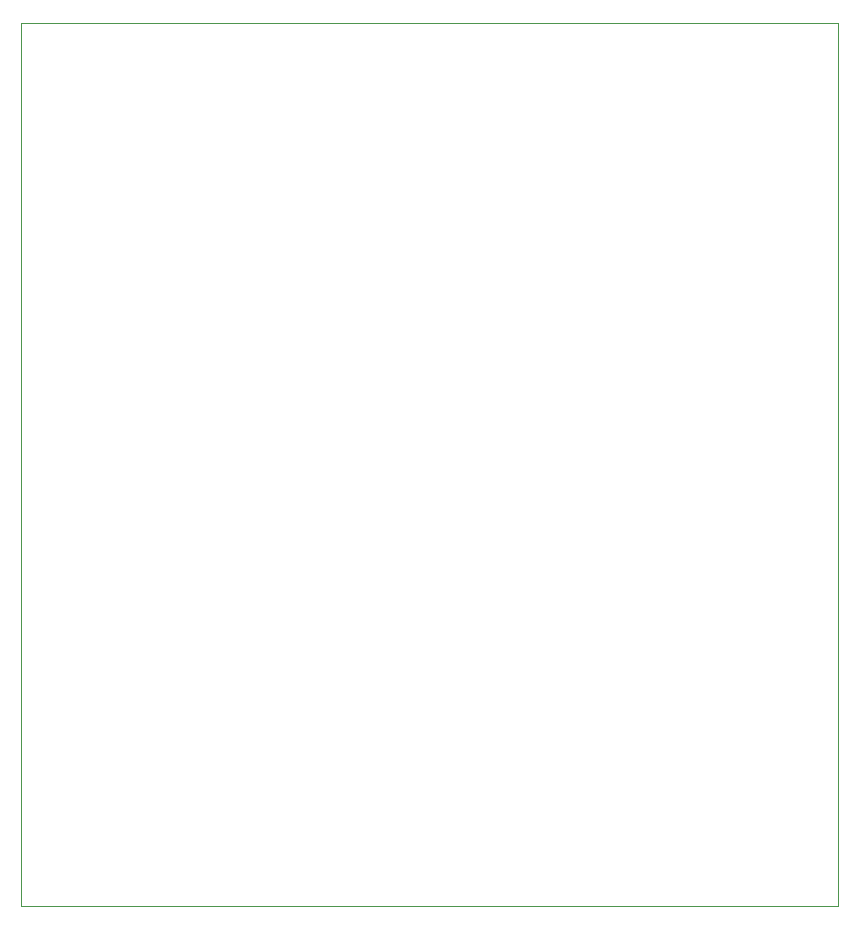
<source format=gm1>
G04 #@! TF.GenerationSoftware,KiCad,Pcbnew,7.0.5*
G04 #@! TF.CreationDate,2023-10-10T09:39:29+02:00*
G04 #@! TF.ProjectId,Lichten-PCB,4c696368-7465-46e2-9d50-43422e6b6963,rev?*
G04 #@! TF.SameCoordinates,Original*
G04 #@! TF.FileFunction,Profile,NP*
%FSLAX46Y46*%
G04 Gerber Fmt 4.6, Leading zero omitted, Abs format (unit mm)*
G04 Created by KiCad (PCBNEW 7.0.5) date 2023-10-10 09:39:29*
%MOMM*%
%LPD*%
G01*
G04 APERTURE LIST*
G04 #@! TA.AperFunction,Profile*
%ADD10C,0.100000*%
G04 #@! TD*
G04 APERTURE END LIST*
D10*
X103200000Y-70012000D02*
X172400000Y-70012000D01*
X172400000Y-144800000D01*
X103200000Y-144800000D01*
X103200000Y-70012000D01*
M02*

</source>
